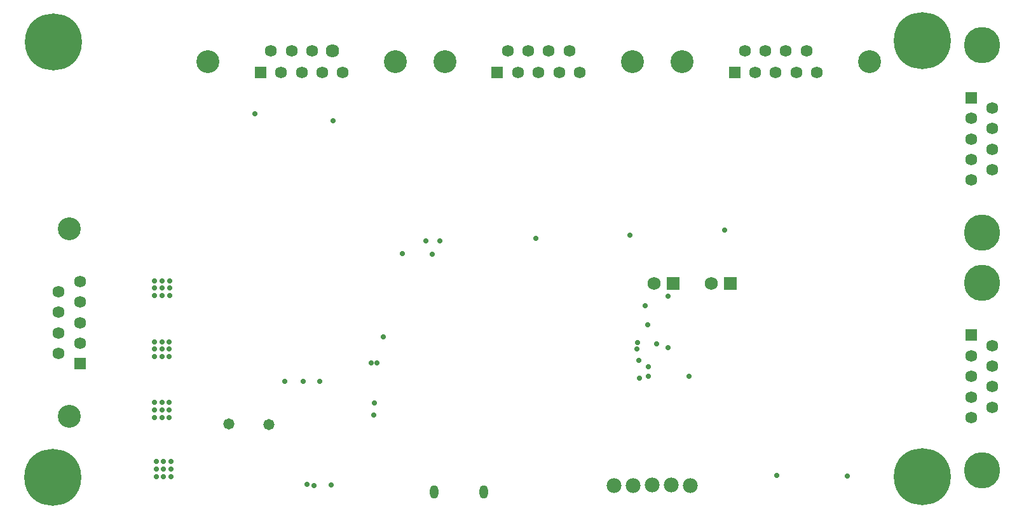
<source format=gbs>
G04*
G04 #@! TF.GenerationSoftware,Altium Limited,Altium Designer,21.6.4 (81)*
G04*
G04 Layer_Color=16711935*
%FSLAX25Y25*%
%MOIN*%
G70*
G04*
G04 #@! TF.SameCoordinates,21ADAE42-517F-4329-814C-ACF1F8BA2FEA*
G04*
G04*
G04 #@! TF.FilePolarity,Negative*
G04*
G01*
G75*
%ADD182C,0.07800*%
%ADD183C,0.07060*%
%ADD184C,0.06260*%
%ADD185R,0.06260X0.06260*%
%ADD186C,0.12008*%
%ADD187C,0.29934*%
%ADD188R,0.06260X0.06260*%
%ADD189C,0.02769*%
%ADD190C,0.06265*%
%ADD191R,0.06265X0.06265*%
%ADD192C,0.18996*%
%ADD193O,0.04343X0.07099*%
%ADD194R,0.06902X0.06902*%
%ADD195C,0.06902*%
%ADD196C,0.02787*%
%ADD197C,0.02788*%
%ADD198C,0.05800*%
D182*
X304000Y-4739D02*
D03*
X294000D02*
D03*
X314000Y-4500D02*
D03*
X324000Y-4291D02*
D03*
X334000Y-4606D02*
D03*
D183*
X146524Y223094D02*
D03*
D184*
X135737D02*
D03*
X124950D02*
D03*
X114162D02*
D03*
X151918Y211912D02*
D03*
X141131D02*
D03*
X130343D02*
D03*
X119556D02*
D03*
X13970Y69930D02*
D03*
Y80717D02*
D03*
Y91505D02*
D03*
Y102292D02*
D03*
X2788Y64536D02*
D03*
Y75323D02*
D03*
Y86111D02*
D03*
Y96898D02*
D03*
X395068Y223094D02*
D03*
X384280D02*
D03*
X373493D02*
D03*
X362705D02*
D03*
X400461Y211912D02*
D03*
X389674D02*
D03*
X378887D02*
D03*
X368099D02*
D03*
X243729D02*
D03*
X254516D02*
D03*
X265304D02*
D03*
X276091D02*
D03*
X238335Y223094D02*
D03*
X249123D02*
D03*
X259910D02*
D03*
X270698D02*
D03*
D185*
X108768Y211912D02*
D03*
X357312D02*
D03*
X232942D02*
D03*
D186*
X81170Y217503D02*
D03*
X179556D02*
D03*
X8379Y129930D02*
D03*
Y31544D02*
D03*
X329713Y217503D02*
D03*
X428099D02*
D03*
X303729D02*
D03*
X205343D02*
D03*
D187*
X-125Y-306D02*
D03*
X455816Y82D02*
D03*
X15Y228045D02*
D03*
X455816Y228428D02*
D03*
D188*
X13970Y59142D02*
D03*
D189*
X61844Y-109D02*
D03*
X57906D02*
D03*
X53969D02*
D03*
X61844Y3827D02*
D03*
X57906D02*
D03*
X61844Y7764D02*
D03*
X57906D02*
D03*
X53969D02*
D03*
Y3827D02*
D03*
X53064Y34930D02*
D03*
Y38867D02*
D03*
X57001D02*
D03*
X60938D02*
D03*
X57001Y34930D02*
D03*
X60938D02*
D03*
X53064Y30993D02*
D03*
X57001D02*
D03*
X60938D02*
D03*
X53103Y98788D02*
D03*
Y102725D02*
D03*
X57040D02*
D03*
X60977D02*
D03*
X57040Y98788D02*
D03*
X60977D02*
D03*
X53103Y94851D02*
D03*
X57040D02*
D03*
X60977D02*
D03*
X60899Y62843D02*
D03*
X56962D02*
D03*
X53025D02*
D03*
X60899Y66780D02*
D03*
X56962D02*
D03*
X60899Y70717D02*
D03*
X56962D02*
D03*
X53025D02*
D03*
Y66780D02*
D03*
D190*
X492597Y68710D02*
D03*
Y57910D02*
D03*
Y47110D02*
D03*
Y36310D02*
D03*
X481397Y63310D02*
D03*
Y52510D02*
D03*
Y41710D02*
D03*
Y30910D02*
D03*
Y155477D02*
D03*
Y166277D02*
D03*
Y177077D02*
D03*
Y187877D02*
D03*
X492597Y160877D02*
D03*
Y171677D02*
D03*
Y182477D02*
D03*
Y193277D02*
D03*
D191*
X481397Y74110D02*
D03*
Y198677D02*
D03*
D192*
X486997Y101710D02*
D03*
Y3310D02*
D03*
Y127877D02*
D03*
Y226277D02*
D03*
D193*
X199713Y-7950D02*
D03*
X225698D02*
D03*
D194*
X325186Y101263D02*
D03*
X355186D02*
D03*
D195*
X315186D02*
D03*
X345186D02*
D03*
D196*
X198920Y116457D02*
D03*
X416485Y239D02*
D03*
X173244Y73314D02*
D03*
X302377Y126434D02*
D03*
X253000Y125000D02*
D03*
X195500Y123500D02*
D03*
X183000Y117000D02*
D03*
X202725Y123526D02*
D03*
X352000Y129106D02*
D03*
X139634Y49815D02*
D03*
X379500Y500D02*
D03*
X307000Y61000D02*
D03*
X306345Y70255D02*
D03*
X306000Y67000D02*
D03*
X312000Y52500D02*
D03*
X322500Y67500D02*
D03*
X312000Y57500D02*
D03*
X307365Y51755D02*
D03*
X322500Y94500D02*
D03*
X316378Y69646D02*
D03*
X310329Y89500D02*
D03*
X333354Y52500D02*
D03*
X311823Y79500D02*
D03*
X121500Y50000D02*
D03*
X168500Y38500D02*
D03*
X169877Y59623D02*
D03*
X166809Y59572D02*
D03*
X168000Y32321D02*
D03*
D197*
X146777Y186565D02*
D03*
X105687Y190114D02*
D03*
X145717Y-4249D02*
D03*
X136760Y-4643D02*
D03*
X132981Y-4091D02*
D03*
X131000Y50000D02*
D03*
D198*
X113229Y27168D02*
D03*
X92011Y27426D02*
D03*
M02*

</source>
